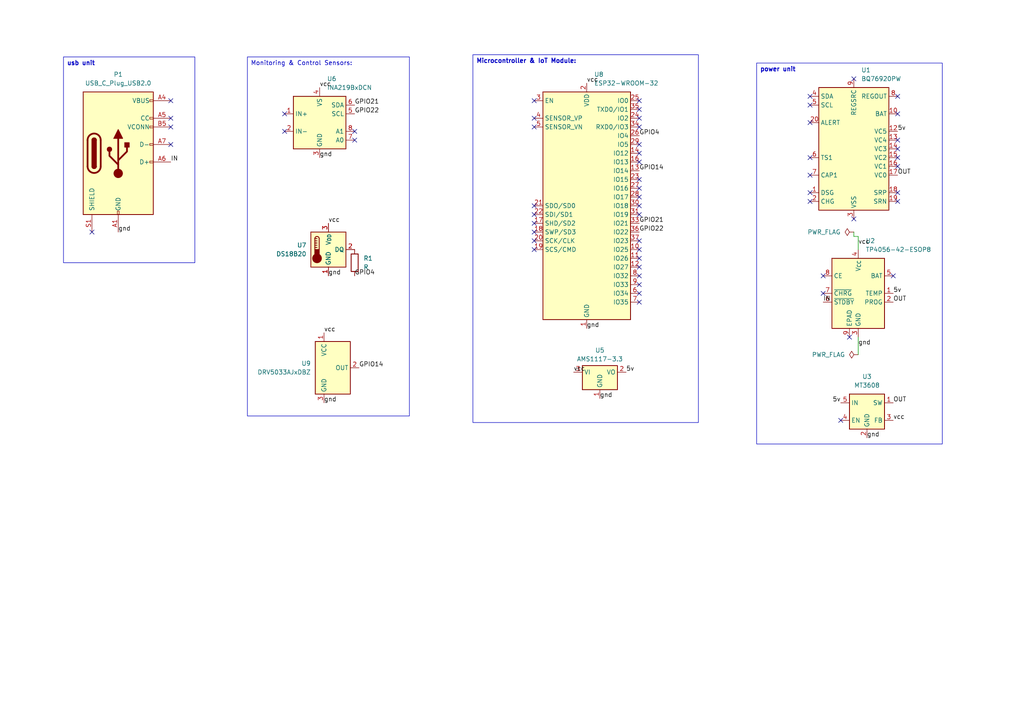
<source format=kicad_sch>
(kicad_sch (version 20250114) (generator "eeschema") (generator_version "9.0")
  (paper "A4")
  (lib_symbols
    (symbol "Battery_Management:BQ76920PW"
      (property "Reference" "U" (at -10.16 19.05 0))
      (property "Value" "BQ76920PW" (at 12.7 19.05 0))
      (symbol "BQ76920PW_0_1"
        (rectangle (start -10.16 17.78) (end 10.16 -17.78) (stroke (width 0.254)) (fill (type background)))
      )
      (symbol "BQ76920PW_1_0"
        (pin bidirectional line (at -12.7 7.62 0) (length 2.54) (name "ALERT") (number "20"))
        (pin passive line (at -12.7 -2.54 0) (length 2.54) (name "TS1") (number "6"))
        (pin passive line (at -12.7 -7.62 0) (length 2.54) (name "CAP1") (number "7"))
        (pin no_connect line (at -2.54 -17.78 90) (length 2.54) (hide yes) (name "NC") (number "11"))
        (pin power_in line (at 0 20.32 270) (length 2.54) (name "REGSRC") (number "9"))
        (pin power_out line (at 12.7 15.24 180) (length 2.54) (name "REGOUT") (number "8"))
        (pin input line (at 12.7 10.16 180) (length 2.54) (name "BAT") (number "10"))
        (pin input line (at 12.7 5.08 180) (length 2.54) (name "VC5") (number "12"))
        (pin input line (at 12.7 2.54 180) (length 2.54) (name "VC4") (number "13"))
        (pin input line (at 12.7 0 180) (length 2.54) (name "VC3") (number "14"))
        (pin input line (at 12.7 -2.54 180) (length 2.54) (name "VC2") (number "15"))
        (pin input line (at 12.7 -5.08 180) (length 2.54) (name "VC1") (number "16"))
        (pin input line (at 12.7 -7.62 180) (length 2.54) (name "VC0") (number "17"))
        (pin input line (at 12.7 -12.7 180) (length 2.54) (name "SRP") (number "18"))
        (pin input line (at 12.7 -15.24 180) (length 2.54) (name "SRN") (number "19"))
      )
      (symbol "BQ76920PW_1_1"
        (pin bidirectional line (at -12.7 15.24 0) (length 2.54) (name "SDA") (number "4"))
        (pin input line (at -12.7 12.7 0) (length 2.54) (name "SCL") (number "5"))
        (pin output line (at -12.7 -12.7 0) (length 2.54) (name "DSG") (number "1"))
        (pin output line (at -12.7 -15.24 0) (length 2.54) (name "CHG") (number "2"))
        (pin power_in line (at 0 -20.32 90) (length 2.54) (name "VSS") (number "3"))
      )
    )
    (symbol "Battery_Management:TP4056-42-ESOP8"
      (property "Reference" "U" (at -6.604 11.684 0))
      (property "Value" "TP4056-42-ESOP8" (at 10.16 11.684 0))
      (symbol "TP4056-42-ESOP8_1_0"
        (pin input line (at -10.16 5.08 0) (length 2.54) (name "CE") (number "8"))
        (pin open_collector line (at -10.16 0 0) (length 2.54) (name "~{CHRG}") (number "7"))
        (pin open_collector line (at -10.16 -2.54 0) (length 2.54) (name "~{STDBY}") (number "6"))
        (pin passive line (at -2.54 -12.7 90) (length 2.54) (name "EPAD") (number "9"))
        (pin power_in line (at 0 12.7 270) (length 2.54) (name "V_{CC}") (number "4"))
        (pin power_in line (at 0 -12.7 90) (length 2.54) (name "GND") (number "3"))
        (pin power_out line (at 10.16 5.08 180) (length 2.54) (name "BAT") (number "5"))
        (pin input line (at 10.16 0 180) (length 2.54) (name "TEMP") (number "1"))
        (pin passive line (at 10.16 -2.54 180) (length 2.54) (name "PROG") (number "2"))
      )
      (symbol "TP4056-42-ESOP8_1_1"
        (rectangle (start -7.62 10.16) (end 7.62 -10.16) (stroke (width 0.254)) (fill (type background)))
      )
    )
    (symbol "Connector:USB_C_Plug_USB2.0" (pin_names (offset 1.016))
      (property "Reference" "P" (at -10.16 19.05 0))
      (property "Value" "USB_C_Plug_USB2.0" (at 12.7 19.05 0))
      (symbol "USB_C_Plug_USB2.0_0_0"
        (rectangle (start -0.254 -17.78) (end 0.254 -16.764))
        (rectangle (start 10.16 15.494) (end 9.144 14.986))
        (rectangle (start 10.16 10.414) (end 9.144 9.906))
        (rectangle (start 10.16 7.874) (end 9.144 7.366))
        (rectangle (start 10.16 2.794) (end 9.144 2.286))
        (rectangle (start 10.16 -2.286) (end 9.144 -2.794))
      )
      (symbol "USB_C_Plug_USB2.0_0_1"
        (rectangle (start -10.16 17.78) (end 10.16 -17.78) (stroke (width 0.254)) (fill (type background)))
        (polyline (pts (xy -8.89 -3.81) (xy -8.89 3.81)) (stroke (width 0.508)))
        (rectangle (start -7.62 -3.81) (end -6.35 3.81) (stroke (width 0.254)) (fill (type outline)))
        (arc (start -7.62 3.81) (mid -6.985 4.4423) (end -6.35 3.81) (stroke (width 0.254)))
        (arc (start -7.62 3.81) (mid -6.985 4.4423) (end -6.35 3.81) (stroke (width 0.254)) (fill (type outline)))
        (arc (start -8.89 3.81) (mid -6.985 5.7067) (end -5.08 3.81) (stroke (width 0.508)))
        (arc (start -5.08 -3.81) (mid -6.985 -5.7067) (end -8.89 -3.81) (stroke (width 0.508)))
        (arc (start -6.35 -3.81) (mid -6.985 -4.4423) (end -7.62 -3.81) (stroke (width 0.254)))
        (arc (start -6.35 -3.81) (mid -6.985 -4.4423) (end -7.62 -3.81) (stroke (width 0.254)) (fill (type outline)))
        (polyline (pts (xy -5.08 3.81) (xy -5.08 -3.81)) (stroke (width 0.508)))
        (circle (center -2.54 1.143) (radius 0.635) (stroke (width 0.254)) (fill (type outline)))
        (polyline (pts (xy -1.27 4.318) (xy 0 6.858) (xy 1.27 4.318) (xy -1.27 4.318)) (stroke (width 0.254)) (fill (type outline)))
        (polyline (pts (xy 0 -2.032) (xy 2.54 0.508) (xy 2.54 1.778)) (stroke (width 0.508)))
        (polyline (pts (xy 0 -3.302) (xy -2.54 -0.762) (xy -2.54 0.508)) (stroke (width 0.508)))
        (polyline (pts (xy 0 -5.842) (xy 0 4.318)) (stroke (width 0.508)))
        (circle (center 0 -5.842) (radius 1.27) (fill (type outline)))
        (rectangle (start 1.905 1.778) (end 3.175 3.048) (stroke (width 0.254)) (fill (type outline)))
      )
      (symbol "USB_C_Plug_USB2.0_1_1"
        (pin passive line (at -7.62 -22.86 90) (length 5.08) (name "SHIELD") (number "S1"))
        (pin passive line (at 0 -22.86 90) (length 5.08) (name "GND") (number "A1"))
        (pin passive line (at 0 -22.86 90) (length 5.08) (hide yes) (name "GND") (number "A12"))
        (pin passive line (at 0 -22.86 90) (length 5.08) (hide yes) (name "GND") (number "B1"))
        (pin passive line (at 0 -22.86 90) (length 5.08) (hide yes) (name "GND") (number "B12"))
        (pin passive line (at 15.24 15.24 180) (length 5.08) (name "VBUS") (number "A4"))
        (pin passive line (at 15.24 15.24 180) (length 5.08) (hide yes) (name "VBUS") (number "A9"))
        (pin passive line (at 15.24 15.24 180) (length 5.08) (hide yes) (name "VBUS") (number "B4"))
        (pin passive line (at 15.24 15.24 180) (length 5.08) (hide yes) (name "VBUS") (number "B9"))
        (pin bidirectional line (at 15.24 10.16 180) (length 5.08) (name "CC") (number "A5"))
        (pin bidirectional line (at 15.24 7.62 180) (length 5.08) (name "VCONN") (number "B5"))
        (pin bidirectional line (at 15.24 2.54 180) (length 5.08) (name "D-") (number "A7"))
        (pin bidirectional line (at 15.24 -2.54 180) (length 5.08) (name "D+") (number "A6"))
      )
    )
    (symbol "Device:R" (pin_numbers (hide yes)) (pin_names (offset 0))
      (property "Reference" "R" (at 2.032 0 90))
      (property "Value" "R" (at 0 0 90))
      (symbol "R_0_1"
        (rectangle (start -1.016 -2.54) (end 1.016 2.54) (stroke (width 0.254)))
      )
      (symbol "R_1_1"
        (pin passive line (at 0 3.81 270) (length 1.27) (name "~") (number "1"))
        (pin passive line (at 0 -3.81 90) (length 1.27) (name "~") (number "2"))
      )
    )
    (symbol "RF_Module:ESP32-WROOM-32"
      (property "Reference" "U" (at -12.7 34.29 0))
      (property "Value" "ESP32-WROOM-32" (at 1.27 34.29 0))
      (symbol "ESP32-WROOM-32_0_1"
        (rectangle (start -12.7 33.02) (end 12.7 -33.02) (stroke (width 0.254)) (fill (type background)))
      )
      (symbol "ESP32-WROOM-32_1_1"
        (pin input line (at -15.24 30.48 0) (length 2.54) (name "EN") (number "3"))
        (pin input line (at -15.24 25.4 0) (length 2.54) (name "SENSOR_VP") (number "4"))
        (pin input line (at -15.24 22.86 0) (length 2.54) (name "SENSOR_VN") (number "5"))
        (pin bidirectional line (at -15.24 0 0) (length 2.54) (name "SDO/SD0") (number "21"))
        (pin bidirectional line (at -15.24 -2.54 0) (length 2.54) (name "SDI/SD1") (number "22"))
        (pin bidirectional line (at -15.24 -5.08 0) (length 2.54) (name "SHD/SD2") (number "17"))
        (pin bidirectional line (at -15.24 -7.62 0) (length 2.54) (name "SWP/SD3") (number "18"))
        (pin bidirectional line (at -15.24 -10.16 0) (length 2.54) (name "SCK/CLK") (number "20"))
        (pin bidirectional line (at -15.24 -12.7 0) (length 2.54) (name "SCS/CMD") (number "19"))
        (pin no_connect line (at -12.7 -27.94 0) (length 2.54) (hide yes) (name "NC") (number "32"))
        (pin power_in line (at 0 35.56 270) (length 2.54) (name "VDD") (number "2"))
        (pin power_in line (at 0 -35.56 90) (length 2.54) (name "GND") (number "1"))
        (pin passive line (at 0 -35.56 90) (length 2.54) (hide yes) (name "GND") (number "15"))
        (pin passive line (at 0 -35.56 90) (length 2.54) (hide yes) (name "GND") (number "38"))
        (pin passive line (at 0 -35.56 90) (length 2.54) (hide yes) (name "GND") (number "39"))
        (pin bidirectional line (at 15.24 30.48 180) (length 2.54) (name "IO0") (number "25"))
        (pin bidirectional line (at 15.24 27.94 180) (length 2.54) (name "TXD0/IO1") (number "35"))
        (pin bidirectional line (at 15.24 25.4 180) (length 2.54) (name "IO2") (number "24"))
        (pin bidirectional line (at 15.24 22.86 180) (length 2.54) (name "RXD0/IO3") (number "34"))
        (pin bidirectional line (at 15.24 20.32 180) (length 2.54) (name "IO4") (number "26"))
        (pin bidirectional line (at 15.24 17.78 180) (length 2.54) (name "IO5") (number "29"))
        (pin bidirectional line (at 15.24 15.24 180) (length 2.54) (name "IO12") (number "14"))
        (pin bidirectional line (at 15.24 12.7 180) (length 2.54) (name "IO13") (number "16"))
        (pin bidirectional line (at 15.24 10.16 180) (length 2.54) (name "IO14") (number "13"))
        (pin bidirectional line (at 15.24 7.62 180) (length 2.54) (name "IO15") (number "23"))
        (pin bidirectional line (at 15.24 5.08 180) (length 2.54) (name "IO16") (number "27"))
        (pin bidirectional line (at 15.24 2.54 180) (length 2.54) (name "IO17") (number "28"))
        (pin bidirectional line (at 15.24 0 180) (length 2.54) (name "IO18") (number "30"))
        (pin bidirectional line (at 15.24 -2.54 180) (length 2.54) (name "IO19") (number "31"))
        (pin bidirectional line (at 15.24 -5.08 180) (length 2.54) (name "IO21") (number "33"))
        (pin bidirectional line (at 15.24 -7.62 180) (length 2.54) (name "IO22") (number "36"))
        (pin bidirectional line (at 15.24 -10.16 180) (length 2.54) (name "IO23") (number "37"))
        (pin bidirectional line (at 15.24 -12.7 180) (length 2.54) (name "IO25") (number "10"))
        (pin bidirectional line (at 15.24 -15.24 180) (length 2.54) (name "IO26") (number "11"))
        (pin bidirectional line (at 15.24 -17.78 180) (length 2.54) (name "IO27") (number "12"))
        (pin bidirectional line (at 15.24 -20.32 180) (length 2.54) (name "IO32") (number "8"))
        (pin bidirectional line (at 15.24 -22.86 180) (length 2.54) (name "IO33") (number "9"))
        (pin input line (at 15.24 -25.4 180) (length 2.54) (name "IO34") (number "6"))
        (pin input line (at 15.24 -27.94 180) (length 2.54) (name "IO35") (number "7"))
      )
    )
    (symbol "Regulator_Linear:AMS1117-3.3"
      (property "Reference" "U" (at -3.81 3.175 0))
      (property "Value" "AMS1117-3.3" (at 0 3.175 0))
      (symbol "AMS1117-3.3_0_1"
        (rectangle (start -5.08 -5.08) (end 5.08 1.905) (stroke (width 0.254)) (fill (type background)))
      )
      (symbol "AMS1117-3.3_1_1"
        (pin power_in line (at -7.62 0 0) (length 2.54) (name "VI") (number "3"))
        (pin power_in line (at 0 -7.62 90) (length 2.54) (name "GND") (number "1"))
        (pin power_out line (at 7.62 0 180) (length 2.54) (name "VO") (number "2"))
      )
    )
    (symbol "Regulator_Switching:MT3608"
      (property "Reference" "U" (at -2.54 8.89 0))
      (property "Value" "MT3608" (at -3.81 6.35 0))
      (symbol "MT3608_0_1"
        (rectangle (start -5.08 5.08) (end 5.08 -5.08) (stroke (width 0.254)) (fill (type background)))
      )
      (symbol "MT3608_1_1"
        (pin power_in line (at -7.62 2.54 0) (length 2.54) (name "IN") (number "5"))
        (pin input line (at -7.62 -2.54 0) (length 2.54) (name "EN") (number "4"))
        (pin power_in line (at 0 -7.62 90) (length 2.54) (name "GND") (number "2"))
        (pin no_connect line (at 5.08 0 180) (length 2.54) (hide yes) (name "NC") (number "6"))
        (pin passive line (at 7.62 2.54 180) (length 2.54) (name "SW") (number "1"))
        (pin input line (at 7.62 -2.54 180) (length 2.54) (name "FB") (number "3"))
      )
    )
    (symbol "Sensor_Energy:INA219BxDCN"
      (property "Reference" "U" (at -6.35 8.89 0))
      (property "Value" "INA219BxDCN" (at 6.35 8.89 0))
      (symbol "INA219BxDCN_0_1"
        (rectangle (start -7.62 7.62) (end 7.62 -7.62) (stroke (width 0.254)) (fill (type background)))
      )
      (symbol "INA219BxDCN_1_1"
        (pin input line (at -10.16 2.54 0) (length 2.54) (name "IN+") (number "1"))
        (pin input line (at -10.16 -2.54 0) (length 2.54) (name "IN-") (number "2"))
        (pin power_in line (at 0 10.16 270) (length 2.54) (name "VS") (number "4"))
        (pin power_in line (at 0 -10.16 90) (length 2.54) (name "GND") (number "3"))
        (pin bidirectional line (at 10.16 5.08 180) (length 2.54) (name "SDA") (number "6"))
        (pin input line (at 10.16 2.54 180) (length 2.54) (name "SCL") (number "5"))
        (pin input line (at 10.16 -2.54 180) (length 2.54) (name "A1") (number "8"))
        (pin input line (at 10.16 -5.08 180) (length 2.54) (name "A0") (number "7"))
      )
    )
    (symbol "Sensor_Magnetic:DRV5033AJxDBZ"
      (property "Reference" "U" (at 2.54 12.7 0))
      (property "Value" "DRV5033AJxDBZ" (at 2.54 10.16 0))
      (symbol "DRV5033AJxDBZ_1_1"
        (rectangle (start -5.08 7.62) (end 5.08 -7.62) (stroke (width 0.254)) (fill (type background)))
        (pin power_in line (at -2.54 10.16 270) (length 2.54) (name "VCC") (number "1"))
        (pin power_in line (at -2.54 -10.16 90) (length 2.54) (name "GND") (number "3"))
        (pin output line (at 7.62 0 180) (length 2.54) (name "OUT") (number "2"))
      )
    )
    (symbol "Sensor_Temperature:DS18B20"
      (property "Reference" "U" (at -3.81 6.35 0))
      (property "Value" "DS18B20" (at 6.35 6.35 0))
      (symbol "DS18B20_0_1"
        (rectangle (start -5.08 5.08) (end 5.08 -5.08) (stroke (width 0.254)) (fill (type background)))
        (polyline (pts (xy -3.937 3.175) (xy -3.937 0)) (stroke (width 0.254)))
        (polyline (pts (xy -3.937 3.175) (xy -3.302 3.175)) (stroke (width 0.254)))
        (polyline (pts (xy -3.937 2.54) (xy -3.302 2.54)) (stroke (width 0.254)))
        (polyline (pts (xy -3.937 1.905) (xy -3.302 1.905)) (stroke (width 0.254)))
        (polyline (pts (xy -3.937 1.27) (xy -3.302 1.27)) (stroke (width 0.254)))
        (polyline (pts (xy -3.937 0.635) (xy -3.302 0.635)) (stroke (width 0.254)))
        (arc (start -3.937 3.175) (mid -3.302 3.8073) (end -2.667 3.175) (stroke (width 0.254)))
        (circle (center -3.302 -2.54) (radius 1.27) (stroke (width 0.254)) (fill (type outline)))
        (polyline (pts (xy -2.667 3.175) (xy -2.667 0)) (stroke (width 0.254)))
        (rectangle (start -2.667 -1.905) (end -3.937 0) (stroke (width 0.254)) (fill (type outline)))
      )
      (symbol "DS18B20_1_1"
        (pin power_in line (at 0 7.62 270) (length 2.54) (name "V_{DD}") (number "3"))
        (pin power_in line (at 0 -7.62 90) (length 2.54) (name "GND") (number "1"))
        (pin bidirectional line (at 7.62 0 180) (length 2.54) (name "DQ") (number "2"))
      )
    )
    (symbol "power:PWR_FLAG" (power) (pin_numbers (hide yes)) (pin_names (offset 0) (hide yes))
      (property "Value" "PWR_FLAG" (at 0 3.81 0))
      (symbol "PWR_FLAG_0_0"
        (pin power_out line (at 0 0 90) (length 0) (name "~") (number "1"))
      )
      (symbol "PWR_FLAG_0_1"
        (polyline (pts (xy 0 0) (xy 0 1.27) (xy -1.016 1.905) (xy 0 2.54) (xy 1.016 1.905) (xy 0 1.27)))
      )
    )
  )
  (text_box "Monitoring & Control Sensors:\n" (at 71.755 16.51 0) (size 46.99 104.14) (margins 0.9525 0.9525 0.9525 0.9525) (effects (font (size 1.27 1.27) (thickness 0.1588)) (justify left top)))
  (text_box "Microcontroller & IoT Module:\n" (at 137.16 15.875 0) (size 65.405 106.68) (margins 0.9525 0.9525 0.9525 0.9525) (effects (font (size 1.27 1.27) (thickness 0.254) (bold yes)) (justify left top)))
  (text_box "usb unit" (at 18.415 16.51 0) (size 38.1 59.69) (margins 0.9525 0.9525 0.9525 0.9525) (effects (font (size 1.27 1.27) (thickness 0.254) (bold yes)) (justify left top)))
  (text_box "power unit" (at 219.456 18.288 0) (size 53.848 110.49) (margins 0.9525 0.9525 0.9525 0.9525) (effects (font (size 1.27 1.27) (thickness 0.254) (bold yes)) (justify left top)))
  (no_connect (at 154.94 34.29))
  (no_connect (at 260.35 27.94))
  (no_connect (at 49.53 34.29))
  (no_connect (at 234.95 45.72))
  (no_connect (at 234.95 50.8))
  (no_connect (at 185.42 34.29))
  (no_connect (at 185.42 87.63))
  (no_connect (at 260.35 33.02))
  (no_connect (at 185.42 85.09))
  (no_connect (at 260.35 55.88))
  (no_connect (at 185.42 72.39))
  (no_connect (at 154.94 29.21))
  (no_connect (at 234.95 27.94))
  (no_connect (at 49.53 36.83))
  (no_connect (at 247.65 63.5))
  (no_connect (at 246.38 97.79))
  (no_connect (at 154.94 64.77))
  (no_connect (at 82.55 38.1))
  (no_connect (at 234.95 35.56))
  (no_connect (at 234.95 55.88))
  (no_connect (at 243.84 121.92))
  (no_connect (at 185.42 82.55))
  (no_connect (at 185.42 74.93))
  (no_connect (at 260.35 48.26))
  (no_connect (at 247.65 22.86))
  (no_connect (at 185.42 44.45))
  (no_connect (at 185.42 62.23))
  (no_connect (at 260.35 45.72))
  (no_connect (at 154.94 72.39))
  (no_connect (at 238.76 85.09))
  (no_connect (at 185.42 57.15))
  (no_connect (at 154.94 36.83))
  (no_connect (at 185.42 29.21))
  (no_connect (at 185.42 46.99))
  (no_connect (at 102.87 40.64))
  (no_connect (at 185.42 41.91))
  (no_connect (at 185.42 80.01))
  (no_connect (at 234.95 58.42))
  (no_connect (at 259.08 80.01))
  (no_connect (at 154.94 59.69))
  (no_connect (at 26.67 67.31))
  (no_connect (at 49.53 29.21))
  (no_connect (at 260.35 40.64))
  (no_connect (at 185.42 52.07))
  (no_connect (at 102.87 38.1))
  (no_connect (at 82.55 33.02))
  (no_connect (at 154.94 62.23))
  (no_connect (at 185.42 59.69))
  (no_connect (at 49.53 41.91))
  (no_connect (at 154.94 69.85))
  (no_connect (at 185.42 31.75))
  (no_connect (at 154.94 67.31))
  (no_connect (at 260.35 43.18))
  (no_connect (at 185.42 77.47))
  (no_connect (at 238.76 80.01))
  (no_connect (at 185.42 54.61))
  (no_connect (at 260.35 58.42))
  (no_connect (at 234.95 30.48))
  (no_connect (at 185.42 36.83))
  (no_connect (at 185.42 69.85))
  (wire (pts (xy 247.65 68.58) (xy 248.92 68.58)))
  (wire (pts (xy 248.92 97.79) (xy 248.92 102.87)))
  (wire (pts (xy 248.92 68.58) (xy 248.92 72.39)))
  (wire (pts (xy 247.65 67.31) (xy 247.65 68.58)))
  (label "vcc" (at 92.71 25.4 0))
  (label "GPIO22" (at 102.87 33.02 0))
  (label "GPIO4" (at 102.87 80.01 0))
  (label "OUT" (at 259.08 87.63 0))
  (label "vcc" (at 248.92 71.12 0))
  (label "vcc" (at 170.18 24.13 0))
  (label "gnd" (at 34.29 67.31 0))
  (label "vcc" (at 166.37 107.95 0))
  (label "5v" (at 260.35 38.1 0))
  (label "gnd" (at 93.98 116.84 0))
  (label "vcc" (at 93.98 96.52 0))
  (label "GPIO21" (at 102.87 30.48 0))
  (label "5v" (at 259.08 85.09 0))
  (label "IN" (at 49.53 46.99 0))
  (label "gnd" (at 173.99 115.57 0))
  (label "5v" (at 181.61 107.95 0))
  (label "IN" (at 238.76 87.63 0))
  (label "GPIO14" (at 185.42 49.53 0))
  (label "vcc" (at 259.08 121.92 0))
  (label "OUT" (at 259.08 116.84 0))
  (label "GPIO14" (at 104.14 106.68 0))
  (label "GPIO22" (at 185.42 67.31 0))
  (label "gnd" (at 92.71 45.72 0))
  (label "gnd" (at 251.46 127 0))
  (label "OUT" (at 260.35 50.8 0))
  (label "vcc" (at 95.25 64.77 0))
  (label "gnd" (at 95.25 80.01 0))
  (label "GPIO21" (at 185.42 64.77 0))
  (label "GPIO4" (at 185.42 39.37 0))
  (label "5v" (at 243.84 116.84 180))
  (label "gnd" (at 170.18 95.25 0))
  (label "gnd" (at 248.92 100.33 0))
  (symbol (lib_id "power:PWR_FLAG") (at 248.92 102.87 90) (unit 1)
    (property "Reference" "#FLG02" (effects (hide yes)))
    (property "Value" "PWR_FLAG" (at 245.11 102.8699 90) (effects (justify left)))
    (property "Description" "Special symbol for telling ERC where power comes from" (effects (hide yes)))
  )
  (symbol (lib_id "RF_Module:ESP32-WROOM-32") (at 170.18 59.69 0) (unit 1)
    (property "Reference" "U8" (at 172.3233 21.59 0) (effects (justify left)))
    (property "Value" "ESP32-WROOM-32" (at 172.3233 24.13 0) (effects (justify left)))
    (property "Footprint" "RF_Module:ESP32-WROOM-32" (effects (hide yes)))
    (property "Datasheet" "https://www.espressif.com/sites/default/files/documentation/esp32-wroom-32_datasheet_en.pdf" (effects (hide yes)))
    (property "Description" "RF Module, ESP32-D0WDQ6 SoC, Wi-Fi 802.11b/g/n, Bluetooth, BLE, 32-bit, 2.7-3.6V, onboard antenna, SMD" (effects (hide yes)))
  )
  (symbol (lib_id "Battery_Management:TP4056-42-ESOP8") (at 248.92 85.09 0) (unit 1)
    (property "Reference" "U2" (at 251.0633 69.85 0) (effects (justify left)))
    (property "Value" "TP4056-42-ESOP8" (at 251.0633 72.39 0) (effects (justify left)))
    (property "Footprint" "Package_SO:SOIC-8-1EP_3.9x4.9mm_P1.27mm_EP2.41x3.3mm_ThermalVias" (effects (hide yes)))
    (property "Datasheet" "https://www.lcsc.com/datasheet/lcsc_datasheet_2410121619_TOPPOWER-Nanjing-Extension-Microelectronics-TP4056-42-ESOP8_C16581.pdf" (effects (hide yes)))
    (property "Description" "1A Standalone Linear Li-ion/LiPo single-cell battery charger, 4.2V ±1% charge voltage, VCC = 4.0..8.0V, SOIC-8 (SOP-8)" (effects (hide yes)))
  )
  (symbol (lib_id "Regulator_Switching:MT3608") (at 251.46 119.38 0) (unit 1)
    (property "Reference" "U3" (at 251.46 109.22 0))
    (property "Value" "MT3608" (at 251.46 111.76 0))
    (property "Footprint" "Package_TO_SOT_SMD:SOT-23-6" (effects (hide yes)))
    (property "Datasheet" "https://www.olimex.com/Products/Breadboarding/BB-PWR-3608/resources/MT3608.pdf" (effects (hide yes)))
    (property "Description" "High Efficiency 1.2MHz 2A Step Up Converter, 2-24V Vin, 28V Vout, 4A current limit, 1.2MHz, SOT23-6" (effects (hide yes)))
  )
  (symbol (lib_id "Sensor_Temperature:DS18B20") (at 95.25 72.39 0) (unit 1)
    (property "Reference" "U7" (at 88.9 71.1199 0) (effects (justify right)))
    (property "Value" "DS18B20" (at 88.9 73.6599 0) (effects (justify right)))
    (property "Footprint" "Package_TO_SOT_THT:TO-92_Inline" (effects (hide yes)))
    (property "Datasheet" "http://datasheets.maximintegrated.com/en/ds/DS18B20.pdf" (effects (hide yes)))
    (property "Description" "Programmable Resolution 1-Wire Digital Thermometer TO-92" (effects (hide yes)))
  )
  (symbol (lib_id "Sensor_Magnetic:DRV5033AJxDBZ") (at 96.52 106.68 0) (unit 1) (on_board no)
    (property "Reference" "U9" (at 90.17 105.4099 0) (effects (justify right)))
    (property "Value" "DRV5033AJxDBZ" (at 90.17 107.9499 0) (effects (justify right)))
    (property "Footprint" "Package_TO_SOT_SMD:SOT-23" (effects (hide yes)))
    (property "Datasheet" "https://www.ti.com/lit/ds/symlink/drv5033.pdf" (effects (hide yes)))
    (property "Description" "±6.9 / ±3.5 mT, 20-kHz, 2-38V, SOT-23" (effects (hide yes)))
  )
  (symbol (lib_id "power:PWR_FLAG") (at 247.65 67.31 90) (unit 1)
    (property "Reference" "#FLG01" (effects (hide yes)))
    (property "Value" "PWR_FLAG" (at 243.84 67.3099 90) (effects (justify left)))
    (property "Description" "Special symbol for telling ERC where power comes from" (effects (hide yes)))
  )
  (symbol (lib_id "Device:R") (at 102.87 76.2 0) (unit 1)
    (property "Reference" "R1" (at 105.41 74.9299 0) (effects (justify left)))
    (property "Value" "R" (at 105.41 77.4699 0) (effects (justify left)))
    (property "Footprint" "Resistor_SMD:R_0201_0603Metric_Pad0.64x0.40mm_HandSolder" (effects (hide yes)))
    (property "Description" "Resistor" (effects (hide yes)))
  )
  (symbol (lib_id "Sensor_Energy:INA219BxDCN") (at 92.71 35.56 0) (unit 1)
    (property "Reference" "U6" (at 94.8533 22.86 0) (effects (justify left)))
    (property "Value" "INA219BxDCN" (at 94.8533 25.4 0) (effects (justify left)))
    (property "Footprint" "Package_TO_SOT_SMD:SOT-23-8" (effects (hide yes)))
    (property "Datasheet" "http://www.ti.com/lit/ds/symlink/ina219.pdf" (effects (hide yes)))
    (property "Description" "Zero-Drift, HighAccuracy, Bidirectional Current/Power Monitor (0-26V) With I2C Interface, SOT-23-8" (effects (hide yes)))
  )
  (symbol (lib_id "Connector:USB_C_Plug_USB2.0") (at 34.29 44.45 0) (unit 1)
    (property "Reference" "P1" (at 34.29 21.59 0))
    (property "Value" "USB_C_Plug_USB2.0" (at 34.29 24.13 0))
    (property "Footprint" "Connector_USB:USB_C_Plug_ShenzhenJingTuoJin_918-118A2021Y40002_Vertical" (effects (hide yes)))
    (property "Datasheet" "https://www.usb.org/sites/default/files/documents/usb_type-c.zip" (effects (hide yes)))
    (property "Description" "USB 2.0-only Type-C Plug connector" (effects (hide yes)))
  )
  (symbol (lib_id "Regulator_Linear:AMS1117-3.3") (at 173.99 107.95 0) (unit 1)
    (property "Reference" "U5" (at 173.99 101.6 0))
    (property "Value" "AMS1117-3.3" (at 173.99 104.14 0))
    (property "Footprint" "Package_TO_SOT_SMD:SOT-223-3_TabPin2" (effects (hide yes)))
    (property "Datasheet" "http://www.advanced-monolithic.com/pdf/ds1117.pdf" (effects (hide yes)))
    (property "Description" "1A Low Dropout regulator, positive, 3.3V fixed output, SOT-223" (effects (hide yes)))
  )
  (symbol (lib_id "Battery_Management:BQ76920PW") (at 247.65 43.18 0) (unit 1)
    (property "Reference" "U1" (at 249.7933 20.32 0) (effects (justify left)))
    (property "Value" "BQ76920PW" (at 249.7933 22.86 0) (effects (justify left)))
    (property "Footprint" "Package_SO:TSSOP-20_4.4x6.5mm_P0.65mm" (effects (hide yes)))
    (property "Datasheet" "http://www.ti.com/lit/ds/symlink/bq76920.pdf" (effects (hide yes)))
    (property "Description" "Lithium battery monitor, 3-5 cells, integrated balancing, I2C interface, TSSOP-20" (effects (hide yes)))
  )
)
</source>
